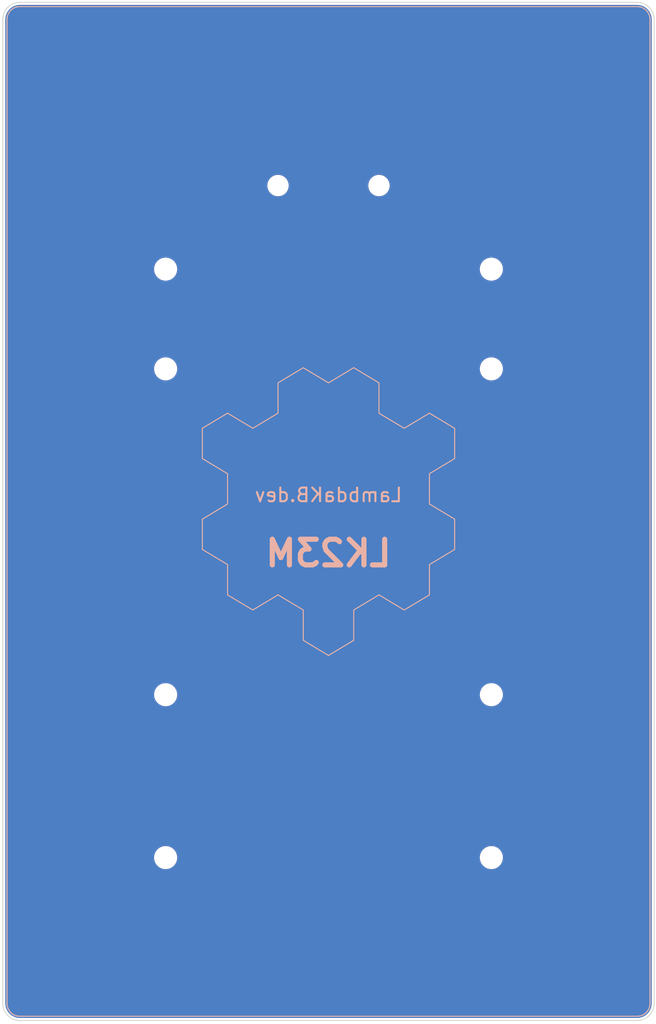
<source format=kicad_pcb>
(kicad_pcb (version 20240108) (generator "pcbnew") (generator_version "8.0")
  (title_block (company "LambdaKB.dev"))
  (layers (0 "F.Cu" signal) (31 "B.Cu" signal) (34 "B.Paste" user) (35 "F.Paste" user) (36 "B.SilkS" user "B.Silkscreen") (37 "F.SilkS" user "F.Silkscreen") (38 "B.Mask" user) (39 "F.Mask" user) (44 "Edge.Cuts" user))
  (net 0 "")
  (footprint "MountingHole:MountingHole_2.2mm_M2_ISO14580" (layer "F.Cu") (at 85.725 71.4375)
    (property "Reference" "H2" (hide yes))
    (property "Value" "MountingHole_2.2mm_M2_ISO14580" (hide yes))
    (pad "" np_thru_hole circle (at 0 0) (size 2.2 2.2) (drill 2.2) (layers "*.Cu" "*.Mask"))
  )
  (footprint "MountingHole:MountingHole_2.2mm_M2_ISO14580" (layer "F.Cu") (at 47.625 128.5875)
    (property "Reference" "H3" (hide yes))
    (property "Value" "MountingHole_2.2mm_M2_ISO14580" (hide yes))
    (pad "" np_thru_hole circle (at 0 0) (size 2.2 2.2) (drill 2.2) (layers "*.Cu" "*.Mask"))
  )
  (footprint "MountingHole:MountingHole_2.2mm_M2_ISO14580" (layer "F.Cu") (at 85.725 109.5375)
    (property "Reference" "H4" (hide yes))
    (property "Value" "MountingHole_2.2mm_M2_ISO14580" (hide yes))
    (pad "" np_thru_hole circle (at 0 0) (size 2.2 2.2) (drill 2.2) (layers "*.Cu" "*.Mask"))
  )
  (footprint "MountingHole:MountingHole_2mm" (layer "F.Cu") (at 60.77 50)
    (property "Reference" "H9" (hide yes))
    (property "Value" "MountingHole_2mm" (hide yes))
    (pad "" np_thru_hole circle (at 0 0) (size 2 2) (drill 2) (layers "*.Cu" "*.Mask"))
  )
  (footprint "MountingHole:MountingHole_2.2mm_M2_ISO14580" (layer "F.Cu") (at 47.625 59.775)
    (property "Reference" "H1" (hide yes))
    (property "Value" "MountingHole_2.2mm_M2_ISO14580" (hide yes))
    (pad "" np_thru_hole circle (at 0 0) (size 2.2 2.2) (drill 2.2) (layers "*.Cu" "*.Mask"))
  )
  (footprint "MountingHole:MountingHole_2mm" (layer "B.Cu") (at 72.58 50 180)
    (property "Reference" "H10" (hide yes))
    (property "Value" "MountingHole_2mm" (hide yes))
    (pad "" np_thru_hole circle (at 0 0 180) (size 2 2) (drill 2) (layers "*.Cu" "*.Mask"))
  )
  (footprint "MountingHole:MountingHole_2.2mm_M2_ISO14580" (layer "B.Cu") (at 47.625 109.5375 180)
    (property "Reference" "H8" (hide yes))
    (property "Value" "MountingHole_2.2mm_M2_ISO14580" (hide yes))
    (pad "" np_thru_hole circle (at 0 0 180) (size 2.2 2.2) (drill 2.2) (layers "*.Cu" "*.Mask"))
  )
  (footprint "MountingHole:MountingHole_2.2mm_M2_ISO14580" (layer "B.Cu") (at 85.725 128.5875 180)
    (property "Reference" "H7" (hide yes))
    (property "Value" "MountingHole_2.2mm_M2_ISO14580" (hide yes))
    (pad "" np_thru_hole circle (at 0 0 180) (size 2.2 2.2) (drill 2.2) (layers "*.Cu" "*.Mask"))
  )
  (footprint "MountingHole:MountingHole_2.2mm_M2_ISO14580" (layer "B.Cu") (at 85.725 59.775 180)
    (property "Reference" "H5" (hide yes))
    (property "Value" "MountingHole_2.2mm_M2_ISO14580" (hide yes))
    (pad "" np_thru_hole circle (at 0 0 180) (size 2.2 2.2) (drill 2.2) (layers "*.Cu" "*.Mask"))
  )
  (footprint "MountingHole:MountingHole_2.2mm_M2_ISO14580" (layer "B.Cu") (at 47.625 71.4375 180)
    (property "Reference" "H6" (hide yes))
    (property "Value" "MountingHole_2.2mm_M2_ISO14580" (hide yes))
    (pad "" np_thru_hole circle (at 0 0 180) (size 2.2 2.2) (drill 2.2) (layers "*.Cu" "*.Mask"))
  )
  (gr_arc (start 30.575 147.137) (mid 29.51434 146.69766) (end 29.075 145.637) (stroke (width 0.12)) (layer "B.SilkS"))
  (gr_arc (start 102.775 29.075) (mid 103.83566 29.51434) (end 104.275 30.575) (stroke (width 0.12)) (layer "B.SilkS"))
  (gr_line (start 104.275 145.637) (end 104.275 30.575) (stroke (width 0.12)) (layer "B.SilkS"))
  (gr_arc (start 104.275 145.637) (mid 103.83566 146.69766) (end 102.775 147.137) (stroke (width 0.12)) (layer "B.SilkS"))
  (gr_poly (pts (xy 60.771785 73.071) (xy 60.771785 76.612702) (xy 57.820361 78.383538) (xy 54.868945 76.612702) (xy 51.917522 78.383538) (xy 51.917522 81.925248) (xy 54.868945 83.696099) (xy 54.868945 87.237802) (xy 51.917522 89.00866) (xy 51.917522 92.550363) (xy 54.868945 94.321221) (xy 54.868945 97.862931) (xy 57.820361 99.633775) (xy 60.771785 97.862931) (xy 63.723201 99.633782) (xy 63.723201 103.175485) (xy 66.674625 104.946336) (xy 69.626048 103.175485) (xy 69.626048 99.633782) (xy 72.577464 97.862931) (xy 75.52888 99.633782) (xy 78.480304 97.862924) (xy 78.480304 94.321221) (xy 81.43172 92.550363) (xy 81.43172 89.00866) (xy 78.480304 87.237802) (xy 78.480304 83.696099) (xy 81.43172 81.925248) (xy 81.43172 78.383538) (xy 78.480304 76.612702) (xy 75.52888 78.383538) (xy 72.577464 76.612702) (xy 72.577464 73.071) (xy 69.626048 71.300149) (xy 66.674625 73.071) (xy 63.723201 71.300149)) (stroke (width 0.12)) (fill none) (layer "B.SilkS"))
  (gr_arc (start 29.075 30.575) (mid 29.51434 29.51434) (end 30.575 29.075) (stroke (width 0.12)) (layer "B.SilkS"))
  (gr_line (start 102.775 29.075) (end 30.575 29.075) (stroke (width 0.12)) (layer "B.SilkS"))
  (gr_line (start 29.075 30.575) (end 29.075 145.637) (stroke (width 0.12)) (layer "B.SilkS"))
  (gr_line (start 30.575 147.137) (end 102.775 147.137) (stroke (width 0.12)) (layer "B.SilkS"))
  (gr_line (start 102.775 147.6375) (end 30.575 147.6375) (stroke (width 0.1)) (layer "Edge.Cuts"))
  (gr_line (start 104.775 30.575) (end 104.775 145.6375) (stroke (width 0.1)) (layer "Edge.Cuts"))
  (gr_arc (start 104.775 145.6375) (mid 104.189214 147.051714) (end 102.775 147.6375) (stroke (width 0.1)) (layer "Edge.Cuts"))
  (gr_arc (start 30.575 147.6375) (mid 29.160786 147.051714) (end 28.575 145.6375) (stroke (width 0.1)) (layer "Edge.Cuts"))
  (gr_arc (start 28.575 30.575) (mid 29.160786 29.160786) (end 30.575 28.575) (stroke (width 0.1)) (layer "Edge.Cuts"))
  (gr_arc (start 102.775 28.575) (mid 104.189214 29.160786) (end 104.775 30.575) (stroke (width 0.1)) (layer "Edge.Cuts"))
  (gr_line (start 28.575 145.6375) (end 28.575 30.575) (stroke (width 0.1)) (layer "Edge.Cuts"))
  (gr_line (start 30.575 28.575) (end 102.775 28.575) (stroke (width 0.1)) (layer "Edge.Cuts"))
  (gr_text "LambdaKB.dev" (at 66.675 85.25 0) (layer "B.SilkS") (effects (font (size 1.6 1.6) (thickness 0.24)) (justify top mirror)))
  (gr_text "LK23M" (at 66.675 93 0) (layer "B.SilkS") (effects (font (size 3 3) (thickness 0.6) (bold yes)) (justify mirror)))
  (zone (net 0) (net_name "") (layers "F&B.Cu") (connect_pads no (clearance 0)) (min_thickness 0.12) (fill yes (thermal_gap 0.12) (thermal_bridge_width 0.12) (island_removal_mode 1) (island_area_min 10))
    (polygon (pts (xy 28.25 28.3) (xy 105 28.3) (xy 105 148.05) (xy 28.25 148.05)))
  )
)
</source>
